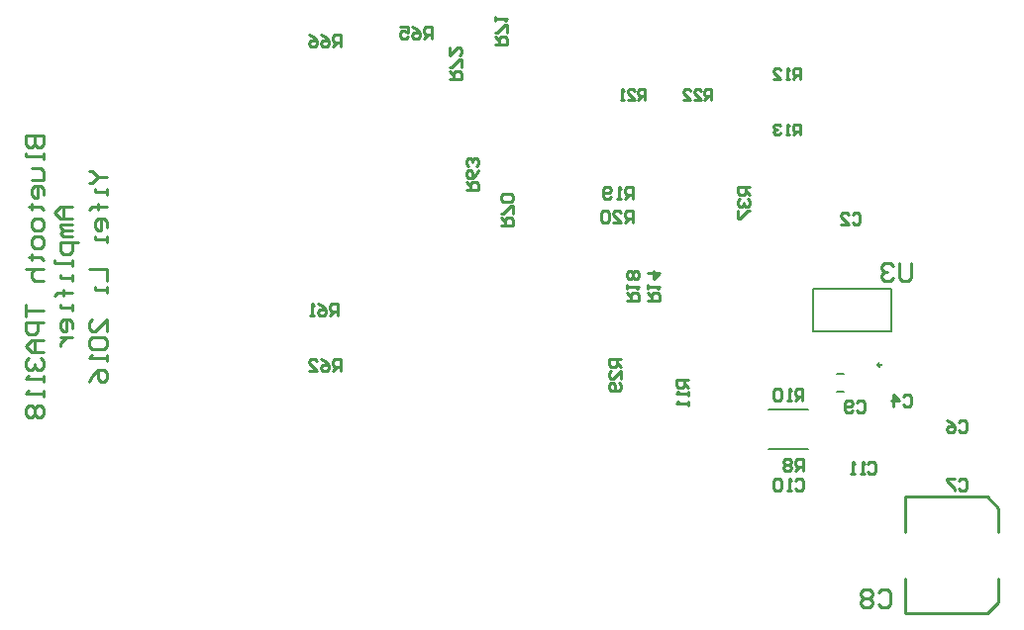
<source format=gbo>
G04 Layer_Color=32896*
%FSLAX24Y24*%
%MOIN*%
G70*
G01*
G75*
%ADD35C,0.0100*%
%ADD42C,0.0098*%
%ADD66C,0.0079*%
D35*
X36614Y3543D02*
Y4724D01*
Y787D02*
Y1969D01*
X39764Y1181D02*
Y1969D01*
X39370Y787D02*
X39764Y1181D01*
X36614Y787D02*
X39370D01*
X36614Y4724D02*
X39370D01*
X39764Y4331D01*
Y3543D02*
Y4331D01*
X33168Y7974D02*
Y8368D01*
X32971D01*
X32905Y8302D01*
Y8171D01*
X32971Y8105D01*
X33168D01*
X33037D02*
X32905Y7974D01*
X32774D02*
X32643D01*
X32709D01*
Y8368D01*
X32774Y8302D01*
X32446D02*
X32381Y8368D01*
X32249D01*
X32184Y8302D01*
Y8040D01*
X32249Y7974D01*
X32381D01*
X32446Y8040D01*
Y8302D01*
X7023Y16901D02*
X7623D01*
Y16601D01*
X7523Y16501D01*
X7423D01*
X7323Y16601D01*
Y16901D01*
Y16601D01*
X7223Y16501D01*
X7123D01*
X7023Y16601D01*
Y16901D01*
X7623Y16302D02*
Y16102D01*
Y16202D01*
X7023D01*
Y16302D01*
X7223Y15802D02*
X7523D01*
X7623Y15702D01*
Y15402D01*
X7223D01*
X7623Y14902D02*
Y15102D01*
X7523Y15202D01*
X7323D01*
X7223Y15102D01*
Y14902D01*
X7323Y14802D01*
X7423D01*
Y15202D01*
X7123Y14502D02*
X7223D01*
Y14602D01*
Y14402D01*
Y14502D01*
X7523D01*
X7623Y14402D01*
Y14002D02*
Y13802D01*
X7523Y13702D01*
X7323D01*
X7223Y13802D01*
Y14002D01*
X7323Y14102D01*
X7523D01*
X7623Y14002D01*
Y13402D02*
Y13203D01*
X7523Y13103D01*
X7323D01*
X7223Y13203D01*
Y13402D01*
X7323Y13502D01*
X7523D01*
X7623Y13402D01*
X7123Y12803D02*
X7223D01*
Y12903D01*
Y12703D01*
Y12803D01*
X7523D01*
X7623Y12703D01*
X7023Y12403D02*
X7623D01*
X7323D01*
X7223Y12303D01*
Y12103D01*
X7323Y12003D01*
X7623D01*
X7023Y11203D02*
Y10803D01*
Y11003D01*
X7623D01*
Y10603D02*
X7023D01*
Y10303D01*
X7123Y10203D01*
X7323D01*
X7423Y10303D01*
Y10603D01*
X7623Y10004D02*
X7223D01*
X7023Y9804D01*
X7223Y9604D01*
X7623D01*
X7323D01*
Y10004D01*
X7123Y9404D02*
X7023Y9304D01*
Y9104D01*
X7123Y9004D01*
X7223D01*
X7323Y9104D01*
Y9204D01*
Y9104D01*
X7423Y9004D01*
X7523D01*
X7623Y9104D01*
Y9304D01*
X7523Y9404D01*
X7623Y8804D02*
Y8604D01*
Y8704D01*
X7023D01*
X7123Y8804D01*
X7623Y8304D02*
Y8104D01*
Y8204D01*
X7023D01*
X7123Y8304D01*
Y7804D02*
X7023Y7704D01*
Y7504D01*
X7123Y7404D01*
X7223D01*
X7323Y7504D01*
X7423Y7404D01*
X7523D01*
X7623Y7504D01*
Y7704D01*
X7523Y7804D01*
X7423D01*
X7323Y7704D01*
X7223Y7804D01*
X7123D01*
X7323Y7704D02*
Y7504D01*
X8583Y14502D02*
X8183D01*
X7983Y14302D01*
X8183Y14102D01*
X8583D01*
X8283D01*
Y14502D01*
X8583Y13902D02*
X8183D01*
Y13802D01*
X8283Y13702D01*
X8583D01*
X8283D01*
X8183Y13602D01*
X8283Y13502D01*
X8583D01*
X8783Y13303D02*
X8183D01*
Y13003D01*
X8283Y12903D01*
X8483D01*
X8583Y13003D01*
Y13303D01*
Y12703D02*
Y12503D01*
Y12603D01*
X7983D01*
Y12703D01*
X8583Y12203D02*
Y12003D01*
Y12103D01*
X8183D01*
Y12203D01*
X8583Y11603D02*
X8083D01*
X8283D01*
Y11703D01*
Y11503D01*
Y11603D01*
X8083D01*
X7983Y11503D01*
X8583Y11203D02*
Y11003D01*
Y11103D01*
X8183D01*
Y11203D01*
X8583Y10403D02*
Y10603D01*
X8483Y10703D01*
X8283D01*
X8183Y10603D01*
Y10403D01*
X8283Y10303D01*
X8383D01*
Y10703D01*
X8183Y10104D02*
X8583D01*
X8383D01*
X8283Y10004D01*
X8183Y9904D01*
Y9804D01*
X9143Y15702D02*
X9243D01*
X9443Y15502D01*
X9243Y15302D01*
X9143D01*
X9443Y15502D02*
X9743D01*
Y15102D02*
Y14902D01*
Y15002D01*
X9343D01*
Y15102D01*
X9743Y14502D02*
X9243D01*
X9443D01*
Y14602D01*
Y14402D01*
Y14502D01*
X9243D01*
X9143Y14402D01*
X9743Y13802D02*
Y14002D01*
X9643Y14102D01*
X9443D01*
X9343Y14002D01*
Y13802D01*
X9443Y13702D01*
X9543D01*
Y14102D01*
X9743Y13502D02*
Y13303D01*
Y13402D01*
X9343D01*
Y13502D01*
X9143Y12403D02*
X9743D01*
Y12003D01*
Y11803D02*
Y11603D01*
Y11703D01*
X9343D01*
Y11803D01*
X9743Y10303D02*
Y10703D01*
X9343Y10303D01*
X9243D01*
X9143Y10403D01*
Y10603D01*
X9243Y10703D01*
Y10104D02*
X9143Y10004D01*
Y9804D01*
X9243Y9704D01*
X9643D01*
X9743Y9804D01*
Y10004D01*
X9643Y10104D01*
X9243D01*
X9743Y9504D02*
Y9304D01*
Y9404D01*
X9143D01*
X9243Y9504D01*
X9143Y8604D02*
X9243Y8804D01*
X9443Y9004D01*
X9643D01*
X9743Y8904D01*
Y8704D01*
X9643Y8604D01*
X9543D01*
X9443Y8704D01*
Y9004D01*
X34838Y14228D02*
X34903Y14294D01*
X35034D01*
X35100Y14228D01*
Y13966D01*
X35034Y13900D01*
X34903D01*
X34838Y13966D01*
X34444Y13900D02*
X34706D01*
X34444Y14162D01*
Y14228D01*
X34510Y14294D01*
X34641D01*
X34706Y14228D01*
X36549Y8104D02*
X36614Y8169D01*
X36745D01*
X36811Y8104D01*
Y7841D01*
X36745Y7776D01*
X36614D01*
X36549Y7841D01*
X36221Y7776D02*
Y8169D01*
X36417Y7972D01*
X36155D01*
X38419Y7218D02*
X38484Y7283D01*
X38616D01*
X38681Y7218D01*
Y6955D01*
X38616Y6890D01*
X38484D01*
X38419Y6955D01*
X38025Y7283D02*
X38156Y7218D01*
X38288Y7087D01*
Y6955D01*
X38222Y6890D01*
X38091D01*
X38025Y6955D01*
Y7021D01*
X38091Y7087D01*
X38288D01*
X38419Y5249D02*
X38484Y5315D01*
X38616D01*
X38681Y5249D01*
Y4987D01*
X38616Y4921D01*
X38484D01*
X38419Y4987D01*
X38288Y5315D02*
X38025D01*
Y5249D01*
X38288Y4987D01*
Y4921D01*
X35722Y1484D02*
X35822Y1584D01*
X36022D01*
X36122Y1484D01*
Y1084D01*
X36022Y984D01*
X35822D01*
X35722Y1084D01*
X35522Y1484D02*
X35422Y1584D01*
X35222D01*
X35122Y1484D01*
Y1384D01*
X35222Y1284D01*
X35122Y1184D01*
Y1084D01*
X35222Y984D01*
X35422D01*
X35522Y1084D01*
Y1184D01*
X35422Y1284D01*
X35522Y1384D01*
Y1484D01*
X35422Y1284D02*
X35222D01*
X34974Y7907D02*
X35039Y7972D01*
X35171D01*
X35236Y7907D01*
Y7644D01*
X35171Y7579D01*
X35039D01*
X34974Y7644D01*
X34843D02*
X34777Y7579D01*
X34646D01*
X34580Y7644D01*
Y7907D01*
X34646Y7972D01*
X34777D01*
X34843Y7907D01*
Y7841D01*
X34777Y7776D01*
X34580D01*
X32907Y5249D02*
X32973Y5315D01*
X33104D01*
X33169Y5249D01*
Y4987D01*
X33104Y4921D01*
X32973D01*
X32907Y4987D01*
X32776Y4921D02*
X32645D01*
X32710D01*
Y5315D01*
X32776Y5249D01*
X32448D02*
X32382Y5315D01*
X32251D01*
X32185Y5249D01*
Y4987D01*
X32251Y4921D01*
X32382D01*
X32448Y4987D01*
Y5249D01*
X35368Y5840D02*
X35433Y5905D01*
X35564D01*
X35630Y5840D01*
Y5577D01*
X35564Y5512D01*
X35433D01*
X35368Y5577D01*
X35236Y5512D02*
X35105D01*
X35171D01*
Y5905D01*
X35236Y5840D01*
X34908Y5512D02*
X34777D01*
X34843D01*
Y5905D01*
X34908Y5840D01*
X33169Y5610D02*
Y6004D01*
X32973D01*
X32907Y5938D01*
Y5807D01*
X32973Y5741D01*
X33169D01*
X33038D02*
X32907Y5610D01*
X32776Y5938D02*
X32710Y6004D01*
X32579D01*
X32513Y5938D01*
Y5873D01*
X32579Y5807D01*
X32513Y5741D01*
Y5676D01*
X32579Y5610D01*
X32710D01*
X32776Y5676D01*
Y5741D01*
X32710Y5807D01*
X32776Y5873D01*
Y5938D01*
X32710Y5807D02*
X32579D01*
X29331Y8661D02*
X28931D01*
Y8461D01*
X28997Y8395D01*
X29131D01*
X29197Y8461D01*
Y8661D01*
Y8528D02*
X29331Y8395D01*
Y8262D02*
Y8128D01*
Y8195D01*
X28931D01*
X28997Y8262D01*
X29331Y7928D02*
Y7795D01*
Y7862D01*
X28931D01*
X28997Y7928D01*
X33071Y18799D02*
Y19149D01*
X32896D01*
X32838Y19091D01*
Y18974D01*
X32896Y18916D01*
X33071D01*
X32954D02*
X32838Y18799D01*
X32721D02*
X32604D01*
X32663D01*
Y19149D01*
X32721Y19091D01*
X32196Y18799D02*
X32429D01*
X32196Y19032D01*
Y19091D01*
X32254Y19149D01*
X32371D01*
X32429Y19091D01*
X33071Y16929D02*
Y17279D01*
X32896D01*
X32838Y17221D01*
Y17104D01*
X32896Y17046D01*
X33071D01*
X32954D02*
X32838Y16929D01*
X32721D02*
X32604D01*
X32663D01*
Y17279D01*
X32721Y17221D01*
X32429D02*
X32371Y17279D01*
X32254D01*
X32196Y17221D01*
Y17162D01*
X32254Y17104D01*
X32313D01*
X32254D01*
X32196Y17046D01*
Y16987D01*
X32254Y16929D01*
X32371D01*
X32429Y16987D01*
X27953Y11319D02*
X28353D01*
Y11519D01*
X28286Y11585D01*
X28153D01*
X28086Y11519D01*
Y11319D01*
Y11452D02*
X27953Y11585D01*
Y11719D02*
Y11852D01*
Y11785D01*
X28353D01*
X28286Y11719D01*
X27953Y12252D02*
X28353D01*
X28153Y12052D01*
Y12319D01*
X27264Y11319D02*
X27664D01*
Y11519D01*
X27597Y11585D01*
X27464D01*
X27397Y11519D01*
Y11319D01*
Y11452D02*
X27264Y11585D01*
Y11719D02*
Y11852D01*
Y11785D01*
X27664D01*
X27597Y11719D01*
Y12052D02*
X27664Y12119D01*
Y12252D01*
X27597Y12319D01*
X27530D01*
X27464Y12252D01*
X27397Y12319D01*
X27330D01*
X27264Y12252D01*
Y12119D01*
X27330Y12052D01*
X27397D01*
X27464Y12119D01*
X27530Y12052D01*
X27597D01*
X27464Y12119D02*
Y12252D01*
X27461Y14764D02*
Y15164D01*
X27261D01*
X27194Y15097D01*
Y14964D01*
X27261Y14897D01*
X27461D01*
X27327D02*
X27194Y14764D01*
X27061D02*
X26927D01*
X26994D01*
Y15164D01*
X27061Y15097D01*
X26728Y14830D02*
X26661Y14764D01*
X26528D01*
X26461Y14830D01*
Y15097D01*
X26528Y15164D01*
X26661D01*
X26728Y15097D01*
Y15030D01*
X26661Y14964D01*
X26461D01*
X27461Y13976D02*
Y14376D01*
X27261D01*
X27194Y14310D01*
Y14176D01*
X27261Y14110D01*
X27461D01*
X27327D02*
X27194Y13976D01*
X26794D02*
X27061D01*
X26794Y14243D01*
Y14310D01*
X26861Y14376D01*
X26994D01*
X27061Y14310D01*
X26661D02*
X26594Y14376D01*
X26461D01*
X26394Y14310D01*
Y14043D01*
X26461Y13976D01*
X26594D01*
X26661Y14043D01*
Y14310D01*
X27854Y18110D02*
Y18460D01*
X27679D01*
X27621Y18402D01*
Y18285D01*
X27679Y18227D01*
X27854D01*
X27738D02*
X27621Y18110D01*
X27271D02*
X27504D01*
X27271Y18343D01*
Y18402D01*
X27329Y18460D01*
X27446D01*
X27504Y18402D01*
X27155Y18110D02*
X27038D01*
X27096D01*
Y18460D01*
X27155Y18402D01*
X30100Y18100D02*
Y18450D01*
X29925D01*
X29867Y18392D01*
Y18275D01*
X29925Y18217D01*
X30100D01*
X29983D02*
X29867Y18100D01*
X29517D02*
X29750D01*
X29517Y18333D01*
Y18392D01*
X29575Y18450D01*
X29692D01*
X29750Y18392D01*
X29167Y18100D02*
X29400D01*
X29167Y18333D01*
Y18392D01*
X29225Y18450D01*
X29342D01*
X29400Y18392D01*
X27067Y9350D02*
X26667D01*
Y9150D01*
X26734Y9084D01*
X26867D01*
X26934Y9150D01*
Y9350D01*
Y9217D02*
X27067Y9084D01*
Y8684D02*
Y8951D01*
X26800Y8684D01*
X26734D01*
X26667Y8751D01*
Y8884D01*
X26734Y8951D01*
X27000Y8551D02*
X27067Y8484D01*
Y8351D01*
X27000Y8284D01*
X26734D01*
X26667Y8351D01*
Y8484D01*
X26734Y8551D01*
X26800D01*
X26867Y8484D01*
Y8284D01*
X31398Y15157D02*
X30998D01*
Y14958D01*
X31064Y14891D01*
X31198D01*
X31264Y14958D01*
Y15157D01*
Y15024D02*
X31398Y14891D01*
X31064Y14758D02*
X30998Y14691D01*
Y14558D01*
X31064Y14491D01*
X31131D01*
X31198Y14558D01*
Y14624D01*
Y14558D01*
X31264Y14491D01*
X31331D01*
X31398Y14558D01*
Y14691D01*
X31331Y14758D01*
X30998Y14358D02*
Y14091D01*
X31064D01*
X31331Y14358D01*
X31398D01*
X17520Y10827D02*
Y11227D01*
X17320D01*
X17253Y11160D01*
Y11027D01*
X17320Y10960D01*
X17520D01*
X17386D02*
X17253Y10827D01*
X16853Y11227D02*
X16987Y11160D01*
X17120Y11027D01*
Y10893D01*
X17053Y10827D01*
X16920D01*
X16853Y10893D01*
Y10960D01*
X16920Y11027D01*
X17120D01*
X16720Y10827D02*
X16587D01*
X16653D01*
Y11227D01*
X16720Y11160D01*
X17618Y8957D02*
Y9357D01*
X17418D01*
X17352Y9290D01*
Y9157D01*
X17418Y9090D01*
X17618D01*
X17485D02*
X17352Y8957D01*
X16952Y9357D02*
X17085Y9290D01*
X17218Y9157D01*
Y9023D01*
X17152Y8957D01*
X17018D01*
X16952Y9023D01*
Y9090D01*
X17018Y9157D01*
X17218D01*
X16552Y8957D02*
X16818D01*
X16552Y9223D01*
Y9290D01*
X16618Y9357D01*
X16752D01*
X16818Y9290D01*
X21850Y15059D02*
X22250D01*
Y15259D01*
X22184Y15326D01*
X22050D01*
X21984Y15259D01*
Y15059D01*
Y15192D02*
X21850Y15326D01*
X22250Y15726D02*
X22184Y15592D01*
X22050Y15459D01*
X21917D01*
X21850Y15526D01*
Y15659D01*
X21917Y15726D01*
X21984D01*
X22050Y15659D01*
Y15459D01*
X22184Y15859D02*
X22250Y15925D01*
Y16059D01*
X22184Y16125D01*
X22117D01*
X22050Y16059D01*
Y15992D01*
Y16059D01*
X21984Y16125D01*
X21917D01*
X21850Y16059D01*
Y15925D01*
X21917Y15859D01*
X20669Y20177D02*
Y20577D01*
X20469D01*
X20403Y20510D01*
Y20377D01*
X20469Y20310D01*
X20669D01*
X20536D02*
X20403Y20177D01*
X20003Y20577D02*
X20136Y20510D01*
X20269Y20377D01*
Y20244D01*
X20203Y20177D01*
X20069D01*
X20003Y20244D01*
Y20310D01*
X20069Y20377D01*
X20269D01*
X19603Y20577D02*
X19870D01*
Y20377D01*
X19736Y20444D01*
X19670D01*
X19603Y20377D01*
Y20244D01*
X19670Y20177D01*
X19803D01*
X19870Y20244D01*
X17618Y19882D02*
Y20282D01*
X17418D01*
X17352Y20215D01*
Y20082D01*
X17418Y20015D01*
X17618D01*
X17485D02*
X17352Y19882D01*
X16952Y20282D02*
X17085Y20215D01*
X17218Y20082D01*
Y19949D01*
X17152Y19882D01*
X17018D01*
X16952Y19949D01*
Y20015D01*
X17018Y20082D01*
X17218D01*
X16552Y20282D02*
X16685Y20215D01*
X16818Y20082D01*
Y19949D01*
X16752Y19882D01*
X16618D01*
X16552Y19949D01*
Y20015D01*
X16618Y20082D01*
X16818D01*
X23031Y13878D02*
X23431D01*
Y14078D01*
X23365Y14145D01*
X23231D01*
X23165Y14078D01*
Y13878D01*
Y14011D02*
X23031Y14145D01*
X23431Y14278D02*
Y14544D01*
X23365D01*
X23098Y14278D01*
X23031D01*
X23365Y14678D02*
X23431Y14744D01*
Y14878D01*
X23365Y14944D01*
X23098D01*
X23031Y14878D01*
Y14744D01*
X23098Y14678D01*
X23365D01*
X22835Y19980D02*
X23235D01*
Y20180D01*
X23168Y20247D01*
X23035D01*
X22968Y20180D01*
Y19980D01*
Y20114D02*
X22835Y20247D01*
X23235Y20380D02*
Y20647D01*
X23168D01*
X22901Y20380D01*
X22835D01*
Y20780D02*
Y20913D01*
Y20847D01*
X23235D01*
X23168Y20780D01*
X21300Y18800D02*
X21700D01*
Y19000D01*
X21633Y19067D01*
X21500D01*
X21433Y19000D01*
Y18800D01*
Y18933D02*
X21300Y19067D01*
X21700Y19200D02*
Y19466D01*
X21633D01*
X21367Y19200D01*
X21300D01*
Y19866D02*
Y19600D01*
X21567Y19866D01*
X21633D01*
X21700Y19800D01*
Y19666D01*
X21633Y19600D01*
X36811Y12608D02*
Y12108D01*
X36711Y12008D01*
X36511D01*
X36411Y12108D01*
Y12608D01*
X36211Y12508D02*
X36111Y12608D01*
X35911D01*
X35811Y12508D01*
Y12408D01*
X35911Y12308D01*
X36011D01*
X35911D01*
X35811Y12208D01*
Y12108D01*
X35911Y12008D01*
X36111D01*
X36211Y12108D01*
D42*
X35797Y9163D02*
G03*
X35797Y9163I-49J0D01*
G01*
D66*
X32008Y7648D02*
X33346D01*
X32008Y6329D02*
X33346D01*
X34331Y8248D02*
X34567D01*
X34331Y8878D02*
X34567D01*
X33524Y11742D02*
X36161D01*
X33524Y10305D02*
Y11742D01*
Y10305D02*
X36161D01*
Y10305D02*
Y11742D01*
M02*

</source>
